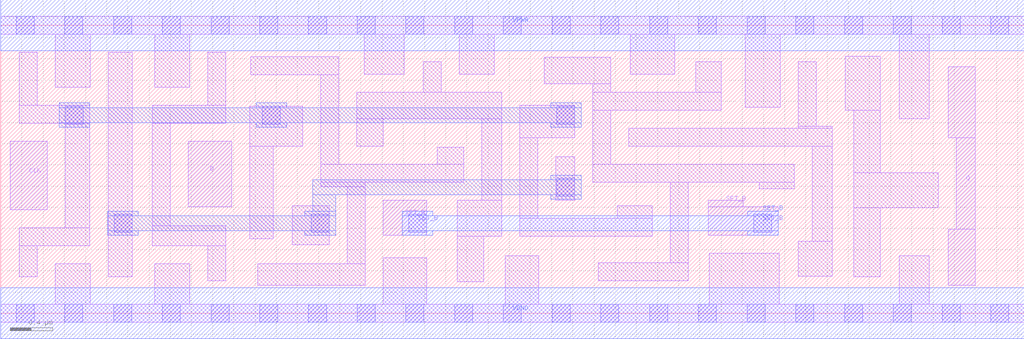
<source format=lef>
# Copyright 2020 The SkyWater PDK Authors
#
# Licensed under the Apache License, Version 2.0 (the "License");
# you may not use this file except in compliance with the License.
# You may obtain a copy of the License at
#
#     https://www.apache.org/licenses/LICENSE-2.0
#
# Unless required by applicable law or agreed to in writing, software
# distributed under the License is distributed on an "AS IS" BASIS,
# WITHOUT WARRANTIES OR CONDITIONS OF ANY KIND, either express or implied.
# See the License for the specific language governing permissions and
# limitations under the License.
#
# SPDX-License-Identifier: Apache-2.0

VERSION 5.7 ;
  NOWIREEXTENSIONATPIN ON ;
  DIVIDERCHAR "/" ;
  BUSBITCHARS "[]" ;
UNITS
  DATABASE MICRONS 200 ;
END UNITS
MACRO sky130_fd_sc_hd__dfstp_1
  CLASS CORE ;
  FOREIGN sky130_fd_sc_hd__dfstp_1 ;
  ORIGIN  0.000000  0.000000 ;
  SIZE  9.660000 BY  2.720000 ;
  SYMMETRY X Y R90 ;
  SITE unithd ;
  PIN D
    ANTENNAGATEAREA  0.222000 ;
    DIRECTION INPUT ;
    USE SIGNAL ;
    PORT
      LAYER li1 ;
        RECT 1.770000 1.005000 2.180000 1.625000 ;
    END
  END D
  PIN Q
    ANTENNADIFFAREA  0.429000 ;
    DIRECTION OUTPUT ;
    USE SIGNAL ;
    PORT
      LAYER li1 ;
        RECT 8.945000 0.265000 9.200000 0.795000 ;
        RECT 8.945000 1.655000 9.200000 2.325000 ;
        RECT 9.020000 0.795000 9.200000 1.655000 ;
    END
  END Q
  PIN SET_B
    ANTENNAGATEAREA  0.252000 ;
    DIRECTION INPUT ;
    USE SIGNAL ;
    PORT
      LAYER li1 ;
        RECT 3.610000 0.735000 4.020000 1.065000 ;
      LAYER mcon ;
        RECT 3.850000 0.765000 4.020000 0.935000 ;
    END
    PORT
      LAYER li1 ;
        RECT 6.680000 0.735000 7.340000 1.005000 ;
        RECT 6.680000 1.005000 7.010000 1.065000 ;
      LAYER mcon ;
        RECT 7.110000 0.765000 7.280000 0.935000 ;
    END
    PORT
      LAYER met1 ;
        RECT 3.790000 0.735000 4.080000 0.780000 ;
        RECT 3.790000 0.780000 7.340000 0.920000 ;
        RECT 3.790000 0.920000 4.080000 0.965000 ;
        RECT 7.050000 0.735000 7.340000 0.780000 ;
        RECT 7.050000 0.920000 7.340000 0.965000 ;
    END
  END SET_B
  PIN CLK
    ANTENNAGATEAREA  0.159000 ;
    DIRECTION INPUT ;
    USE CLOCK ;
    PORT
      LAYER li1 ;
        RECT 0.090000 0.975000 0.440000 1.625000 ;
    END
  END CLK
  PIN VGND
    DIRECTION INOUT ;
    SHAPE ABUTMENT ;
    USE GROUND ;
    PORT
      LAYER met1 ;
        RECT 0.000000 -0.240000 9.660000 0.240000 ;
    END
  END VGND
  PIN VPWR
    DIRECTION INOUT ;
    SHAPE ABUTMENT ;
    USE POWER ;
    PORT
      LAYER met1 ;
        RECT 0.000000 2.480000 9.660000 2.960000 ;
    END
  END VPWR
  OBS
    LAYER li1 ;
      RECT 0.000000 -0.085000 9.660000 0.085000 ;
      RECT 0.000000  2.635000 9.660000 2.805000 ;
      RECT 0.175000  0.345000 0.345000 0.635000 ;
      RECT 0.175000  0.635000 0.840000 0.805000 ;
      RECT 0.175000  1.795000 0.840000 1.965000 ;
      RECT 0.175000  1.965000 0.345000 2.465000 ;
      RECT 0.515000  0.085000 0.845000 0.465000 ;
      RECT 0.515000  2.135000 0.845000 2.635000 ;
      RECT 0.610000  0.805000 0.840000 1.795000 ;
      RECT 1.015000  0.345000 1.240000 2.465000 ;
      RECT 1.430000  0.635000 2.125000 0.825000 ;
      RECT 1.430000  0.825000 1.600000 1.795000 ;
      RECT 1.430000  1.795000 2.125000 1.965000 ;
      RECT 1.455000  0.085000 1.785000 0.465000 ;
      RECT 1.455000  2.135000 1.785000 2.635000 ;
      RECT 1.955000  0.305000 2.125000 0.635000 ;
      RECT 1.955000  1.965000 2.125000 2.465000 ;
      RECT 2.350000  0.705000 2.570000 1.575000 ;
      RECT 2.350000  1.575000 2.850000 1.955000 ;
      RECT 2.360000  2.250000 3.190000 2.420000 ;
      RECT 2.425000  0.265000 3.440000 0.465000 ;
      RECT 2.750000  0.645000 3.100000 1.015000 ;
      RECT 3.020000  1.195000 3.440000 1.235000 ;
      RECT 3.020000  1.235000 4.370000 1.405000 ;
      RECT 3.020000  1.405000 3.190000 2.250000 ;
      RECT 3.270000  0.465000 3.440000 1.195000 ;
      RECT 3.360000  1.575000 3.610000 1.835000 ;
      RECT 3.360000  1.835000 4.730000 2.085000 ;
      RECT 3.430000  2.255000 3.810000 2.635000 ;
      RECT 3.610000  0.085000 4.020000 0.525000 ;
      RECT 3.990000  2.085000 4.160000 2.375000 ;
      RECT 4.120000  1.405000 4.370000 1.565000 ;
      RECT 4.310000  0.295000 4.560000 0.725000 ;
      RECT 4.310000  0.725000 4.730000 1.065000 ;
      RECT 4.330000  2.255000 4.660000 2.635000 ;
      RECT 4.540000  1.065000 4.730000 1.835000 ;
      RECT 4.760000  0.085000 5.080000 0.545000 ;
      RECT 4.900000  0.725000 6.150000 0.895000 ;
      RECT 4.900000  0.895000 5.070000 1.655000 ;
      RECT 4.900000  1.655000 5.420000 1.965000 ;
      RECT 5.130000  2.165000 5.760000 2.415000 ;
      RECT 5.240000  1.065000 5.420000 1.475000 ;
      RECT 5.590000  1.235000 7.490000 1.405000 ;
      RECT 5.590000  1.405000 5.760000 1.915000 ;
      RECT 5.590000  1.915000 6.800000 2.085000 ;
      RECT 5.590000  2.085000 5.760000 2.165000 ;
      RECT 5.640000  0.305000 6.490000 0.475000 ;
      RECT 5.820000  0.895000 6.150000 1.015000 ;
      RECT 5.930000  1.575000 7.850000 1.745000 ;
      RECT 5.940000  2.255000 6.360000 2.635000 ;
      RECT 6.320000  0.475000 6.490000 1.235000 ;
      RECT 6.560000  2.085000 6.800000 2.375000 ;
      RECT 6.690000  0.085000 7.350000 0.565000 ;
      RECT 7.030000  1.945000 7.360000 2.635000 ;
      RECT 7.160000  1.175000 7.490000 1.235000 ;
      RECT 7.530000  0.350000 7.850000 0.680000 ;
      RECT 7.530000  1.745000 7.850000 1.765000 ;
      RECT 7.530000  1.765000 7.700000 2.375000 ;
      RECT 7.660000  0.680000 7.850000 1.575000 ;
      RECT 7.970000  1.915000 8.300000 2.425000 ;
      RECT 8.050000  0.345000 8.300000 0.995000 ;
      RECT 8.050000  0.995000 8.850000 1.325000 ;
      RECT 8.050000  1.325000 8.300000 1.915000 ;
      RECT 8.480000  0.085000 8.765000 0.545000 ;
      RECT 8.480000  1.835000 8.765000 2.635000 ;
    LAYER mcon ;
      RECT 0.145000 -0.085000 0.315000 0.085000 ;
      RECT 0.145000  2.635000 0.315000 2.805000 ;
      RECT 0.605000 -0.085000 0.775000 0.085000 ;
      RECT 0.605000  2.635000 0.775000 2.805000 ;
      RECT 0.610000  1.785000 0.780000 1.955000 ;
      RECT 1.065000 -0.085000 1.235000 0.085000 ;
      RECT 1.065000  2.635000 1.235000 2.805000 ;
      RECT 1.070000  0.765000 1.240000 0.935000 ;
      RECT 1.525000 -0.085000 1.695000 0.085000 ;
      RECT 1.525000  2.635000 1.695000 2.805000 ;
      RECT 1.985000 -0.085000 2.155000 0.085000 ;
      RECT 1.985000  2.635000 2.155000 2.805000 ;
      RECT 2.445000 -0.085000 2.615000 0.085000 ;
      RECT 2.445000  2.635000 2.615000 2.805000 ;
      RECT 2.470000  1.785000 2.640000 1.955000 ;
      RECT 2.905000 -0.085000 3.075000 0.085000 ;
      RECT 2.905000  2.635000 3.075000 2.805000 ;
      RECT 2.930000  0.765000 3.100000 0.935000 ;
      RECT 3.365000 -0.085000 3.535000 0.085000 ;
      RECT 3.365000  2.635000 3.535000 2.805000 ;
      RECT 3.825000 -0.085000 3.995000 0.085000 ;
      RECT 3.825000  2.635000 3.995000 2.805000 ;
      RECT 4.285000 -0.085000 4.455000 0.085000 ;
      RECT 4.285000  2.635000 4.455000 2.805000 ;
      RECT 4.745000 -0.085000 4.915000 0.085000 ;
      RECT 4.745000  2.635000 4.915000 2.805000 ;
      RECT 5.205000 -0.085000 5.375000 0.085000 ;
      RECT 5.205000  2.635000 5.375000 2.805000 ;
      RECT 5.250000  1.105000 5.420000 1.275000 ;
      RECT 5.250000  1.785000 5.420000 1.955000 ;
      RECT 5.665000 -0.085000 5.835000 0.085000 ;
      RECT 5.665000  2.635000 5.835000 2.805000 ;
      RECT 6.125000 -0.085000 6.295000 0.085000 ;
      RECT 6.125000  2.635000 6.295000 2.805000 ;
      RECT 6.585000 -0.085000 6.755000 0.085000 ;
      RECT 6.585000  2.635000 6.755000 2.805000 ;
      RECT 7.045000 -0.085000 7.215000 0.085000 ;
      RECT 7.045000  2.635000 7.215000 2.805000 ;
      RECT 7.505000 -0.085000 7.675000 0.085000 ;
      RECT 7.505000  2.635000 7.675000 2.805000 ;
      RECT 7.965000 -0.085000 8.135000 0.085000 ;
      RECT 7.965000  2.635000 8.135000 2.805000 ;
      RECT 8.425000 -0.085000 8.595000 0.085000 ;
      RECT 8.425000  2.635000 8.595000 2.805000 ;
      RECT 8.885000 -0.085000 9.055000 0.085000 ;
      RECT 8.885000  2.635000 9.055000 2.805000 ;
      RECT 9.345000 -0.085000 9.515000 0.085000 ;
      RECT 9.345000  2.635000 9.515000 2.805000 ;
    LAYER met1 ;
      RECT 0.550000 1.755000 0.840000 1.800000 ;
      RECT 0.550000 1.800000 5.480000 1.940000 ;
      RECT 0.550000 1.940000 0.840000 1.985000 ;
      RECT 1.010000 0.735000 1.300000 0.780000 ;
      RECT 1.010000 0.780000 3.160000 0.920000 ;
      RECT 1.010000 0.920000 1.300000 0.965000 ;
      RECT 2.410000 1.755000 2.700000 1.800000 ;
      RECT 2.410000 1.940000 2.700000 1.985000 ;
      RECT 2.870000 0.735000 3.160000 0.780000 ;
      RECT 2.870000 0.920000 3.160000 0.965000 ;
      RECT 2.945000 0.965000 3.160000 1.120000 ;
      RECT 2.945000 1.120000 5.480000 1.260000 ;
      RECT 5.190000 1.075000 5.480000 1.120000 ;
      RECT 5.190000 1.260000 5.480000 1.305000 ;
      RECT 5.190000 1.755000 5.480000 1.800000 ;
      RECT 5.190000 1.940000 5.480000 1.985000 ;
  END
END sky130_fd_sc_hd__dfstp_1
END LIBRARY

</source>
